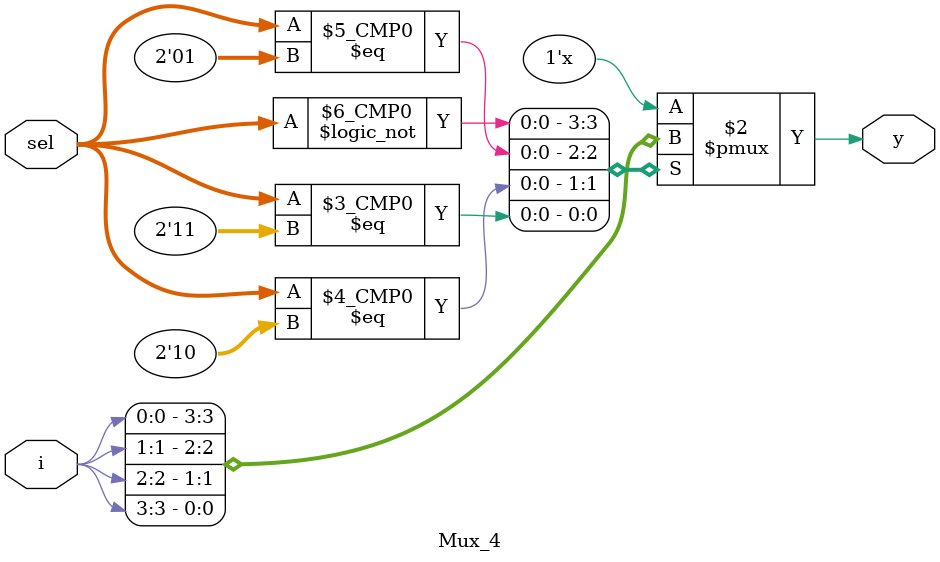
<source format=v>
`timescale 1ns / 1ps

module Mux_4(
input [3:0] i,
input [1:0] sel,
output reg y
);
always@(i or sel)
begin
case(sel)
    2'b00: y = i[0];
    2'b01: y = i[1];
    2'b10: y = i[2];
    2'b11: y = i[3];
    default: y = 1'b0;
endcase
end
endmodule

</source>
